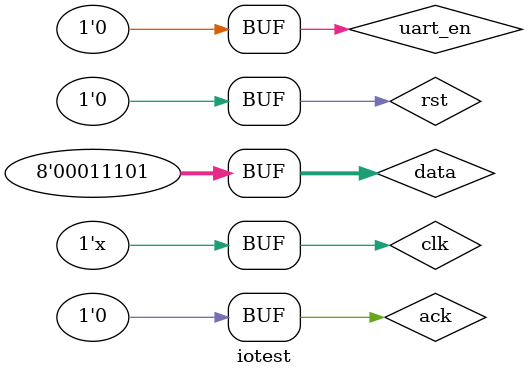
<source format=v>
`timescale 1ns / 1ps


module iotest();
    reg clk = 0;
    reg rst = 0;
    reg uart_en = 0;
    reg ack;
    reg [7:0] data = 2333;
    
    cpu_top top(
        .clk_in(clk),
        .rst(rst),
        .data_switch(data),
        .ack(ack),
        .uart_en(0)
    );

    always #1 clk = ~clk;

    initial begin
        #380 rst = 1;
        #60 rst = 0;
        #920 ack = 1;
        #700 ack = 0;
    end

endmodule

</source>
